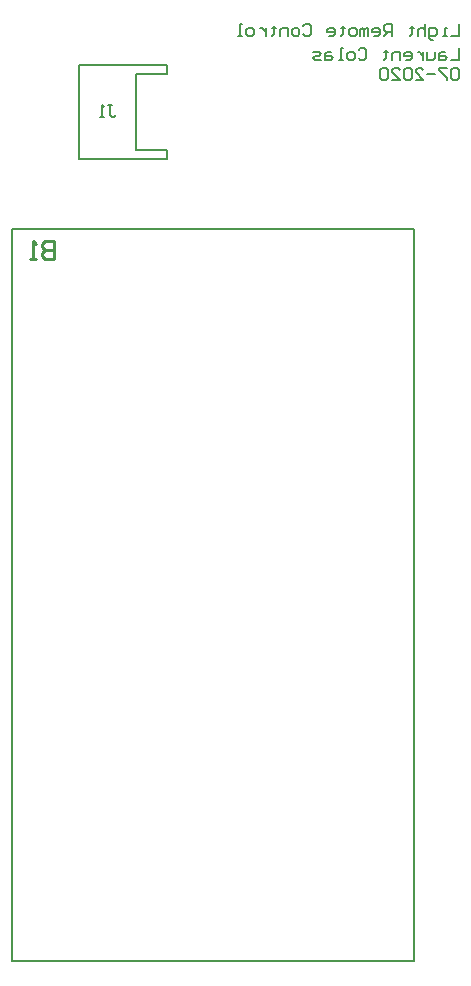
<source format=gbo>
G04*
G04 #@! TF.GenerationSoftware,Altium Limited,Altium Designer,19.1.8 (144)*
G04*
G04 Layer_Color=32896*
%FSLAX25Y25*%
%MOIN*%
G70*
G01*
G75*
%ADD10C,0.01000*%
%ADD12C,0.00787*%
%ADD13C,0.00800*%
D10*
X442913Y650683D02*
Y644685D01*
X439914D01*
X438915Y645685D01*
Y646684D01*
X439914Y647684D01*
X442913D01*
X439914D01*
X438915Y648684D01*
Y649683D01*
X439914Y650683D01*
X442913D01*
X436915Y644685D02*
X434916D01*
X435916D01*
Y650683D01*
X436915Y649683D01*
D12*
X577953Y723000D02*
Y719065D01*
X575329D01*
X574017D02*
X572705D01*
X573361D01*
Y721689D01*
X574017D01*
X569425Y717753D02*
X568769D01*
X568113Y718409D01*
Y721689D01*
X570081D01*
X570737Y721033D01*
Y719721D01*
X570081Y719065D01*
X568113D01*
X566802Y723000D02*
Y719065D01*
Y721033D01*
X566146Y721689D01*
X564834D01*
X564178Y721033D01*
Y719065D01*
X562210Y722344D02*
Y721689D01*
X562866D01*
X561554D01*
X562210D01*
Y719721D01*
X561554Y719065D01*
X555650D02*
Y723000D01*
X553682D01*
X553026Y722344D01*
Y721033D01*
X553682Y720377D01*
X555650D01*
X554338D02*
X553026Y719065D01*
X549747D02*
X551058D01*
X551715Y719721D01*
Y721033D01*
X551058Y721689D01*
X549747D01*
X549091Y721033D01*
Y720377D01*
X551715D01*
X547779Y719065D02*
Y721689D01*
X547123D01*
X546467Y721033D01*
Y719065D01*
Y721033D01*
X545811Y721689D01*
X545155Y721033D01*
Y719065D01*
X543187D02*
X541875D01*
X541219Y719721D01*
Y721033D01*
X541875Y721689D01*
X543187D01*
X543843Y721033D01*
Y719721D01*
X543187Y719065D01*
X539251Y722344D02*
Y721689D01*
X539907D01*
X538595D01*
X539251D01*
Y719721D01*
X538595Y719065D01*
X534660D02*
X535971D01*
X536627Y719721D01*
Y721033D01*
X535971Y721689D01*
X534660D01*
X534004Y721033D01*
Y720377D01*
X536627D01*
X526132Y722344D02*
X526788Y723000D01*
X528100D01*
X528756Y722344D01*
Y719721D01*
X528100Y719065D01*
X526788D01*
X526132Y719721D01*
X524164Y719065D02*
X522852D01*
X522196Y719721D01*
Y721033D01*
X522852Y721689D01*
X524164D01*
X524820Y721033D01*
Y719721D01*
X524164Y719065D01*
X520885D02*
Y721689D01*
X518917D01*
X518261Y721033D01*
Y719065D01*
X516293Y722344D02*
Y721689D01*
X516949D01*
X515637D01*
X516293D01*
Y719721D01*
X515637Y719065D01*
X513669Y721689D02*
Y719065D01*
Y720377D01*
X513013Y721033D01*
X512357Y721689D01*
X511701D01*
X509077Y719065D02*
X507765D01*
X507109Y719721D01*
Y721033D01*
X507765Y721689D01*
X509077D01*
X509733Y721033D01*
Y719721D01*
X509077Y719065D01*
X505797D02*
X504486D01*
X505142D01*
Y723000D01*
X505797D01*
X577953Y715076D02*
Y711140D01*
X575329D01*
X573361Y713764D02*
X572049D01*
X571393Y713108D01*
Y711140D01*
X573361D01*
X574017Y711796D01*
X573361Y712452D01*
X571393D01*
X570081Y713764D02*
Y711796D01*
X569425Y711140D01*
X567457D01*
Y713764D01*
X566146D02*
Y711140D01*
Y712452D01*
X565490Y713108D01*
X564834Y713764D01*
X564178D01*
X560242Y711140D02*
X561554D01*
X562210Y711796D01*
Y713108D01*
X561554Y713764D01*
X560242D01*
X559586Y713108D01*
Y712452D01*
X562210D01*
X558274Y711140D02*
Y713764D01*
X556306D01*
X555650Y713108D01*
Y711140D01*
X553682Y714420D02*
Y713764D01*
X554338D01*
X553026D01*
X553682D01*
Y711796D01*
X553026Y711140D01*
X544499Y714420D02*
X545155Y715076D01*
X546467D01*
X547123Y714420D01*
Y711796D01*
X546467Y711140D01*
X545155D01*
X544499Y711796D01*
X542531Y711140D02*
X541219D01*
X540563Y711796D01*
Y713108D01*
X541219Y713764D01*
X542531D01*
X543187Y713108D01*
Y711796D01*
X542531Y711140D01*
X539251D02*
X537939D01*
X538595D01*
Y715076D01*
X539251D01*
X535316Y713764D02*
X534004D01*
X533348Y713108D01*
Y711140D01*
X535316D01*
X535971Y711796D01*
X535316Y712452D01*
X533348D01*
X532036Y711140D02*
X530068D01*
X529412Y711796D01*
X530068Y712452D01*
X531380D01*
X532036Y713108D01*
X531380Y713764D01*
X529412D01*
X577953Y707807D02*
X577297Y708463D01*
X575985D01*
X575329Y707807D01*
Y705184D01*
X575985Y704528D01*
X577297D01*
X577953Y705184D01*
Y707807D01*
X574017Y708463D02*
X571393D01*
Y707807D01*
X574017Y705184D01*
Y704528D01*
X570081Y706495D02*
X567457D01*
X563522Y704528D02*
X566146D01*
X563522Y707151D01*
Y707807D01*
X564178Y708463D01*
X565490D01*
X566146Y707807D01*
X562210D02*
X561554Y708463D01*
X560242D01*
X559586Y707807D01*
Y705184D01*
X560242Y704528D01*
X561554D01*
X562210Y705184D01*
Y707807D01*
X555650Y704528D02*
X558274D01*
X555650Y707151D01*
Y707807D01*
X556306Y708463D01*
X557618D01*
X558274Y707807D01*
X554338D02*
X553682Y708463D01*
X552370D01*
X551715Y707807D01*
Y705184D01*
X552370Y704528D01*
X553682D01*
X554338Y705184D01*
Y707807D01*
D13*
X451181Y709449D02*
X480709D01*
X451181Y677953D02*
Y709449D01*
X470472Y681103D02*
Y706299D01*
X480709D01*
X451181Y677953D02*
X480709D01*
Y706299D02*
Y709449D01*
X470472Y681103D02*
X480709D01*
Y677953D02*
Y681103D01*
X457480Y654724D02*
X562992D01*
X429134D02*
X432283D01*
X562992Y410630D02*
Y654724D01*
X432283D02*
X457480D01*
X429134Y410630D02*
X562992D01*
X429134D02*
Y654724D01*
X461114Y696125D02*
X462447D01*
X461780D01*
Y692793D01*
X462447Y692126D01*
X463113D01*
X463780Y692793D01*
X459781Y692126D02*
X458448D01*
X459114D01*
Y696125D01*
X459781Y695458D01*
M02*

</source>
